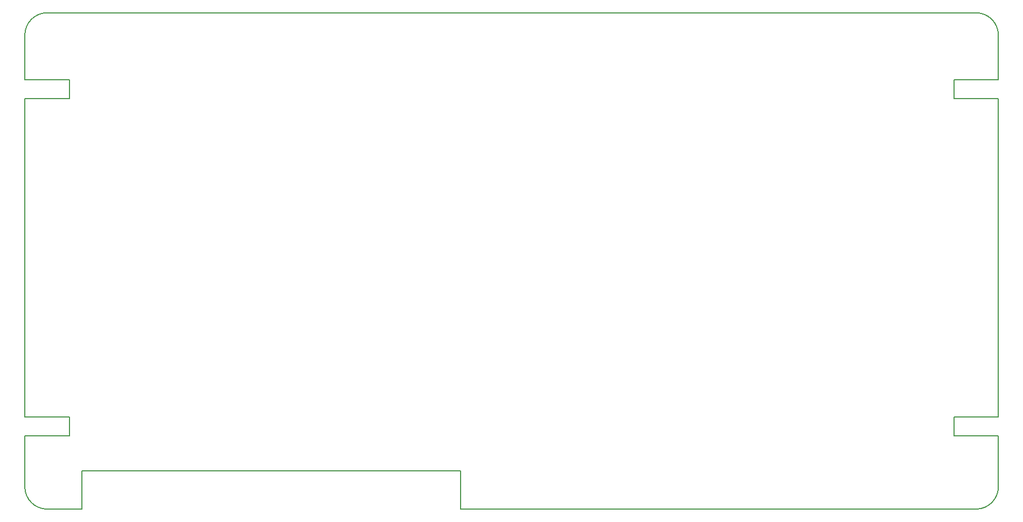
<source format=gbr>
%TF.GenerationSoftware,KiCad,Pcbnew,(6.0.8)*%
%TF.CreationDate,2023-03-28T17:34:24+02:00*%
%TF.ProjectId,RT5XP-EXP,52543558-502d-4455-9850-2e6b69636164,V1.0*%
%TF.SameCoordinates,Original*%
%TF.FileFunction,Profile,NP*%
%FSLAX46Y46*%
G04 Gerber Fmt 4.6, Leading zero omitted, Abs format (unit mm)*
G04 Created by KiCad (PCBNEW (6.0.8)) date 2023-03-28 17:34:24*
%MOMM*%
%LPD*%
G01*
G04 APERTURE LIST*
%TA.AperFunction,Profile*%
%ADD10C,0.150000*%
%TD*%
G04 APERTURE END LIST*
D10*
X157000000Y-7500000D02*
X157000000Y-14500000D01*
X72500000Y-82000000D02*
X153500000Y-82000000D01*
X150000000Y-70500000D02*
X157000000Y-70500000D01*
X11000000Y-17500000D02*
X4000000Y-17500000D01*
X4000000Y-14500000D02*
X11000000Y-14500000D01*
X72500000Y-76000000D02*
X72500000Y-82000000D01*
X13000000Y-82000000D02*
X13000000Y-76000000D01*
X150000000Y-67500000D02*
X150000000Y-70500000D01*
X157000000Y-17500000D02*
X157000000Y-67500000D01*
X13000000Y-76000000D02*
X72500000Y-76000000D01*
X153500000Y-82000000D02*
G75*
G03*
X157000000Y-78500000I0J3500000D01*
G01*
X157000000Y-70500000D02*
X157000000Y-78500000D01*
X11000000Y-67500000D02*
X11000000Y-70500000D01*
X157000000Y-14500000D02*
X150000000Y-14500000D01*
X4000000Y-17500000D02*
X4000000Y-67500000D01*
X150000000Y-17500000D02*
X157000000Y-17500000D01*
X153500000Y-4000000D02*
X7500000Y-4000000D01*
X7500000Y-4000000D02*
G75*
G03*
X4000000Y-7500000I0J-3500000D01*
G01*
X4000000Y-67500000D02*
X11000000Y-67500000D01*
X4000000Y-70500000D02*
X4000000Y-78500000D01*
X11000000Y-70500000D02*
X4000000Y-70500000D01*
X4000000Y-78500000D02*
G75*
G03*
X7500000Y-82000000I3500000J0D01*
G01*
X7500000Y-82000000D02*
X13000000Y-82000000D01*
X157000000Y-7500000D02*
G75*
G03*
X153500000Y-4000000I-3500000J0D01*
G01*
X157000000Y-67500000D02*
X150000000Y-67500000D01*
X4000000Y-7500000D02*
X4000000Y-14500000D01*
X150000000Y-14500000D02*
X150000000Y-17500000D01*
X11000000Y-14500000D02*
X11000000Y-17500000D01*
M02*

</source>
